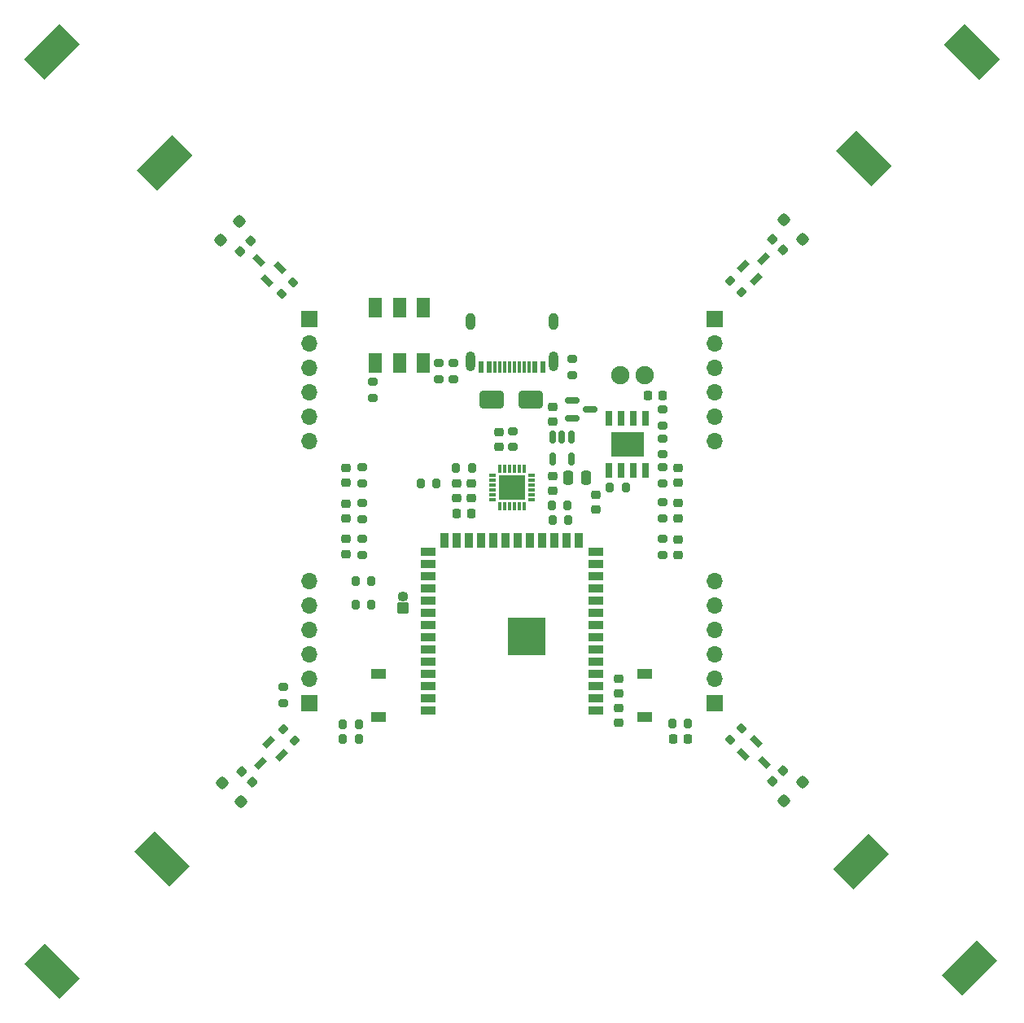
<source format=gbr>
%TF.GenerationSoftware,KiCad,Pcbnew,9.0.0*%
%TF.CreationDate,2025-11-21T14:04:07-05:00*%
%TF.ProjectId,LiteWingV2.5C,4c697465-5769-46e6-9756-322e35432e6b,rev?*%
%TF.SameCoordinates,Original*%
%TF.FileFunction,Soldermask,Top*%
%TF.FilePolarity,Negative*%
%FSLAX46Y46*%
G04 Gerber Fmt 4.6, Leading zero omitted, Abs format (unit mm)*
G04 Created by KiCad (PCBNEW 9.0.0) date 2025-11-21 14:04:07*
%MOMM*%
%LPD*%
G01*
G04 APERTURE LIST*
G04 Aperture macros list*
%AMRoundRect*
0 Rectangle with rounded corners*
0 $1 Rounding radius*
0 $2 $3 $4 $5 $6 $7 $8 $9 X,Y pos of 4 corners*
0 Add a 4 corners polygon primitive as box body*
4,1,4,$2,$3,$4,$5,$6,$7,$8,$9,$2,$3,0*
0 Add four circle primitives for the rounded corners*
1,1,$1+$1,$2,$3*
1,1,$1+$1,$4,$5*
1,1,$1+$1,$6,$7*
1,1,$1+$1,$8,$9*
0 Add four rect primitives between the rounded corners*
20,1,$1+$1,$2,$3,$4,$5,0*
20,1,$1+$1,$4,$5,$6,$7,0*
20,1,$1+$1,$6,$7,$8,$9,0*
20,1,$1+$1,$8,$9,$2,$3,0*%
%AMRotRect*
0 Rectangle, with rotation*
0 The origin of the aperture is its center*
0 $1 length*
0 $2 width*
0 $3 Rotation angle, in degrees counterclockwise*
0 Add horizontal line*
21,1,$1,$2,0,0,$3*%
G04 Aperture macros list end*
%ADD10C,0.000000*%
%ADD11RoundRect,0.050800X0.500000X-0.500000X0.500000X0.500000X-0.500000X0.500000X-0.500000X-0.500000X0*%
%ADD12O,1.101600X1.101600*%
%ADD13RoundRect,0.218750X0.256250X-0.218750X0.256250X0.218750X-0.256250X0.218750X-0.256250X-0.218750X0*%
%ADD14RoundRect,0.200000X-0.200000X-0.275000X0.200000X-0.275000X0.200000X0.275000X-0.200000X0.275000X0*%
%ADD15RoundRect,0.225000X0.225000X0.250000X-0.225000X0.250000X-0.225000X-0.250000X0.225000X-0.250000X0*%
%ADD16RoundRect,0.200000X-0.275000X0.200000X-0.275000X-0.200000X0.275000X-0.200000X0.275000X0.200000X0*%
%ADD17R,1.600000X1.050000*%
%ADD18RoundRect,0.200000X0.275000X-0.200000X0.275000X0.200000X-0.275000X0.200000X-0.275000X-0.200000X0*%
%ADD19RoundRect,0.225000X-0.250000X0.225000X-0.250000X-0.225000X0.250000X-0.225000X0.250000X0.225000X0*%
%ADD20RoundRect,0.200000X0.200000X0.275000X-0.200000X0.275000X-0.200000X-0.275000X0.200000X-0.275000X0*%
%ADD21RotRect,0.600000X1.300000X135.000000*%
%ADD22RoundRect,0.218750X-0.256250X0.218750X-0.256250X-0.218750X0.256250X-0.218750X0.256250X0.218750X0*%
%ADD23RoundRect,0.200000X-0.335876X-0.053033X-0.053033X-0.335876X0.335876X0.053033X0.053033X0.335876X0*%
%ADD24RotRect,0.600000X1.300000X225.000000*%
%ADD25R,1.700000X1.700000*%
%ADD26O,1.700000X1.700000*%
%ADD27RoundRect,0.250000X1.000000X0.650000X-1.000000X0.650000X-1.000000X-0.650000X1.000000X-0.650000X0*%
%ADD28RoundRect,0.200000X0.053033X-0.335876X0.335876X-0.053033X-0.053033X0.335876X-0.335876X0.053033X0*%
%ADD29RoundRect,0.250000X0.000000X0.424264X-0.424264X0.000000X0.000000X-0.424264X0.424264X0.000000X0*%
%ADD30RoundRect,0.250000X0.424264X0.000000X0.000000X0.424264X-0.424264X0.000000X0.000000X-0.424264X0*%
%ADD31RoundRect,0.250000X-0.250000X-0.475000X0.250000X-0.475000X0.250000X0.475000X-0.250000X0.475000X0*%
%ADD32RoundRect,0.050800X-0.599950X-1.000000X0.599950X-1.000000X0.599950X1.000000X-0.599950X1.000000X0*%
%ADD33RotRect,0.600000X1.300000X315.000000*%
%ADD34RotRect,0.600000X1.300000X45.000000*%
%ADD35RoundRect,0.225000X-0.225000X-0.250000X0.225000X-0.250000X0.225000X0.250000X-0.225000X0.250000X0*%
%ADD36R,0.600000X1.240000*%
%ADD37R,0.300000X1.240000*%
%ADD38O,1.000000X2.100000*%
%ADD39O,1.000000X1.800000*%
%ADD40O,1.901600X1.901600*%
%ADD41R,1.500000X0.900000*%
%ADD42R,0.900000X1.500000*%
%ADD43C,0.600000*%
%ADD44R,3.900000X3.900000*%
%ADD45RoundRect,0.250000X-0.424264X0.000000X0.000000X-0.424264X0.424264X0.000000X0.000000X0.424264X0*%
%ADD46RoundRect,0.225000X-0.017678X0.335876X-0.335876X0.017678X0.017678X-0.335876X0.335876X-0.017678X0*%
%ADD47RoundRect,0.225000X-0.335876X-0.017678X-0.017678X-0.335876X0.335876X0.017678X0.017678X0.335876X0*%
%ADD48RoundRect,0.225000X0.335876X0.017678X0.017678X0.335876X-0.335876X-0.017678X-0.017678X-0.335876X0*%
%ADD49RoundRect,0.200000X0.335876X0.053033X0.053033X0.335876X-0.335876X-0.053033X-0.053033X-0.335876X0*%
%ADD50RoundRect,0.150000X-0.150000X0.512500X-0.150000X-0.512500X0.150000X-0.512500X0.150000X0.512500X0*%
%ADD51R,0.700000X1.525000*%
%ADD52R,3.402000X2.513000*%
%ADD53RoundRect,0.225000X0.250000X-0.225000X0.250000X0.225000X-0.250000X0.225000X-0.250000X-0.225000X0*%
%ADD54RoundRect,0.225000X0.017678X-0.335876X0.335876X-0.017678X-0.017678X0.335876X-0.335876X0.017678X0*%
%ADD55RoundRect,0.250000X0.000000X-0.424264X0.424264X0.000000X0.000000X0.424264X-0.424264X0.000000X0*%
%ADD56RoundRect,0.150000X-0.587500X-0.150000X0.587500X-0.150000X0.587500X0.150000X-0.587500X0.150000X0*%
%ADD57R,0.800000X0.350000*%
%ADD58R,0.350000X0.850000*%
%ADD59R,2.700000X2.600000*%
%ADD60RoundRect,0.200000X-0.053033X0.335876X-0.335876X0.053033X0.053033X-0.335876X0.335876X-0.053033X0*%
G04 APERTURE END LIST*
D10*
G36*
X198092424Y-47126930D02*
G01*
X195975334Y-49252910D01*
X192311384Y-45587690D01*
X194433554Y-43465520D01*
X198092424Y-47126930D01*
G37*
G36*
X114150375Y-57159872D02*
G01*
X110485155Y-60823822D01*
X108362985Y-58701652D01*
X112024395Y-55042782D01*
X114150375Y-57159872D01*
G37*
G36*
X186559827Y-129818544D02*
G01*
X182898417Y-133477414D01*
X180772437Y-131360324D01*
X184437657Y-127696374D01*
X186559827Y-129818544D01*
G37*
G36*
X113883361Y-131085859D02*
G01*
X111761191Y-133208029D01*
X108102321Y-129546619D01*
X110219411Y-127420639D01*
X113883361Y-131085859D01*
G37*
G36*
X102460604Y-142740848D02*
G01*
X100338434Y-144863018D01*
X96679564Y-141201608D01*
X98796654Y-139075628D01*
X102460604Y-142740848D01*
G37*
G36*
X197881356Y-140898650D02*
G01*
X194219946Y-144557520D01*
X192093966Y-142440430D01*
X195759186Y-138776480D01*
X197881356Y-140898650D01*
G37*
G36*
X186826529Y-58208385D02*
G01*
X184709439Y-60334365D01*
X181045489Y-56669145D01*
X183167659Y-54546975D01*
X186826529Y-58208385D01*
G37*
G36*
X102446634Y-45580768D02*
G01*
X98781414Y-49244718D01*
X96659244Y-47122548D01*
X100320654Y-43463678D01*
X102446634Y-45580768D01*
G37*
D11*
%TO.C,J14*%
X136061500Y-104255050D03*
D12*
X136061500Y-103004850D03*
%TD*%
D13*
%TO.C,LED4*%
X130135500Y-91198500D03*
X130135500Y-89623500D03*
%TD*%
D14*
%TO.C,R30*%
X129778500Y-116308000D03*
X131428500Y-116308000D03*
%TD*%
D15*
%TO.C,C9*%
X143129500Y-94363000D03*
X141579500Y-94363000D03*
%TD*%
D16*
%TO.C,R13*%
X131764500Y-97046000D03*
X131764500Y-98696000D03*
%TD*%
D14*
%TO.C,R19*%
X137877000Y-91224500D03*
X139527000Y-91224500D03*
%TD*%
D17*
%TO.C,SW2*%
X133531500Y-115555000D03*
X133531500Y-111105000D03*
%TD*%
D18*
%TO.C,R28*%
X123552500Y-114092000D03*
X123552500Y-112442000D03*
%TD*%
D19*
%TO.C,C10*%
X143102500Y-91274000D03*
X143102500Y-92824000D03*
%TD*%
D18*
%TO.C,R6*%
X163001500Y-94903547D03*
X163001500Y-93253547D03*
%TD*%
D20*
%TO.C,R17*%
X143187500Y-89696000D03*
X141537500Y-89696000D03*
%TD*%
D13*
%TO.C,LED6*%
X130135500Y-98638500D03*
X130135500Y-97063500D03*
%TD*%
D19*
%TO.C,C12*%
X158454500Y-114638000D03*
X158454500Y-116188000D03*
%TD*%
D21*
%TO.C,T1*%
X171398379Y-68670618D03*
X172741882Y-70014121D03*
X173555055Y-67857445D03*
%TD*%
D22*
%TO.C,LED1*%
X164619500Y-97103500D03*
X164619500Y-98678500D03*
%TD*%
D23*
%TO.C,R24*%
X123584531Y-116875029D03*
X124751257Y-118041755D03*
%TD*%
D24*
%TO.C,T4*%
X121885211Y-70192214D03*
X123228714Y-68848711D03*
X121072038Y-68035538D03*
%TD*%
D18*
%TO.C,R2*%
X141257500Y-80400000D03*
X141257500Y-78750000D03*
%TD*%
D25*
%TO.C,J5*%
X126276500Y-114084000D03*
D26*
X126276500Y-111544000D03*
X126276500Y-109004000D03*
X126276500Y-106464000D03*
X126276500Y-103924000D03*
X126276500Y-101384000D03*
%TD*%
D13*
%TO.C,LED5*%
X130135500Y-94918500D03*
X130135500Y-93343500D03*
%TD*%
D20*
%TO.C,R5*%
X159225000Y-91700000D03*
X157575000Y-91700000D03*
%TD*%
D14*
%TO.C,R29*%
X129778500Y-117889000D03*
X131428500Y-117889000D03*
%TD*%
D25*
%TO.C,J3*%
X168477500Y-114084000D03*
D26*
X168477500Y-111544000D03*
X168477500Y-109004000D03*
X168477500Y-106464000D03*
X168477500Y-103924000D03*
X168477500Y-101384000D03*
%TD*%
D16*
%TO.C,R11*%
X131763500Y-89606000D03*
X131763500Y-91256000D03*
%TD*%
D27*
%TO.C,D1*%
X149293001Y-82576000D03*
X145292999Y-82576000D03*
%TD*%
D28*
%TO.C,R23*%
X170109228Y-117948454D03*
X171275954Y-116781728D03*
%TD*%
D29*
%TO.C,D3*%
X177619668Y-122344090D03*
X175639770Y-124323988D03*
%TD*%
D25*
%TO.C,J4*%
X168477500Y-74204000D03*
D26*
X168477500Y-76744000D03*
X168477500Y-79284000D03*
X168477500Y-81824000D03*
X168477500Y-84364000D03*
X168477500Y-86904000D03*
%TD*%
D25*
%TO.C,J6*%
X126276500Y-74204000D03*
D26*
X126276500Y-76744000D03*
X126276500Y-79284000D03*
X126276500Y-81824000D03*
X126276500Y-84364000D03*
X126276500Y-86904000D03*
%TD*%
D30*
%TO.C,D4*%
X119188895Y-124385469D03*
X117208997Y-122405571D03*
%TD*%
D31*
%TO.C,C3*%
X153194501Y-90686000D03*
X155094499Y-90686000D03*
%TD*%
D16*
%TO.C,R27*%
X163000500Y-86589000D03*
X163000500Y-88239000D03*
%TD*%
D19*
%TO.C,C1*%
X151600000Y-83280000D03*
X151600000Y-84830000D03*
%TD*%
D32*
%TO.C,SW1*%
X138178500Y-78704000D03*
X135678600Y-78704000D03*
X133178700Y-78704000D03*
X138178500Y-73004000D03*
X135678600Y-73004200D03*
X133178700Y-73004000D03*
%TD*%
D16*
%TO.C,R26*%
X163011500Y-83563000D03*
X163011500Y-85213000D03*
%TD*%
D13*
%TO.C,LED2*%
X164619500Y-94886048D03*
X164619500Y-93311046D03*
%TD*%
D33*
%TO.C,T3*%
X123409199Y-119560590D03*
X122065696Y-118217087D03*
X121252523Y-120373763D03*
%TD*%
D34*
%TO.C,T2*%
X172794789Y-118123786D03*
X171451286Y-119467289D03*
X173607962Y-120280462D03*
%TD*%
D35*
%TO.C,C5*%
X161498500Y-82107000D03*
X163048500Y-82107000D03*
%TD*%
D36*
%TO.C,J1*%
X150577500Y-79184000D03*
X149777500Y-79184000D03*
D37*
X148627500Y-79184000D03*
X147627500Y-79184000D03*
X147127500Y-79184000D03*
X146127500Y-79184000D03*
D36*
X144977500Y-79184000D03*
X144177500Y-79184000D03*
X144177500Y-79184000D03*
X144977500Y-79184000D03*
D37*
X145627500Y-79184000D03*
X146627500Y-79184000D03*
X148127500Y-79184000D03*
X149127500Y-79184000D03*
D36*
X149777500Y-79184000D03*
X150577500Y-79184000D03*
D38*
X151697500Y-78584000D03*
D39*
X151697500Y-74384000D03*
D38*
X143057500Y-78584000D03*
D39*
X143057500Y-74384000D03*
%TD*%
D15*
%TO.C,C14*%
X165653500Y-117863000D03*
X164103500Y-117863000D03*
%TD*%
D40*
%TO.C,J2*%
X161158501Y-80045600D03*
X158656499Y-80045600D03*
%TD*%
D41*
%TO.C,U8*%
X156127500Y-114914000D03*
X156127500Y-113644000D03*
X156127500Y-112374000D03*
X156127500Y-111104000D03*
X156127500Y-109834000D03*
X156127500Y-108564000D03*
X156127500Y-107294000D03*
X156127500Y-106024000D03*
X156127500Y-104754000D03*
X156127500Y-103484000D03*
X156127500Y-102214000D03*
X156127500Y-100944000D03*
X156127500Y-99674000D03*
X156127500Y-98404000D03*
D42*
X154362500Y-97154000D03*
X153092500Y-97154000D03*
X151822500Y-97154000D03*
X150552500Y-97154000D03*
X149282500Y-97154000D03*
X148012500Y-97154000D03*
X146742500Y-97154000D03*
X145472500Y-97154000D03*
X144202500Y-97154000D03*
X142932500Y-97154000D03*
X141662500Y-97154000D03*
X140392500Y-97154000D03*
D41*
X138627500Y-98404000D03*
X138627500Y-99674000D03*
X138627500Y-100944000D03*
X138627500Y-102214000D03*
X138627500Y-103484000D03*
X138627500Y-104754000D03*
X138627500Y-106024000D03*
X138627500Y-107294000D03*
X138627500Y-108564000D03*
X138627500Y-109834000D03*
X138627500Y-111104000D03*
X138627500Y-112374000D03*
X138627500Y-113644000D03*
X138627500Y-114914000D03*
D43*
X150277500Y-107894000D03*
X150277500Y-106494000D03*
X149577500Y-108594000D03*
X149577500Y-107194000D03*
X149577500Y-105794000D03*
X148877500Y-107894000D03*
D44*
X148877500Y-107194000D03*
D43*
X148877500Y-106494000D03*
X148177500Y-108594000D03*
X148177500Y-107194000D03*
X148177500Y-105794000D03*
X147477500Y-107894000D03*
X147477500Y-106494000D03*
%TD*%
D45*
%TO.C,D2*%
X175618683Y-63845739D03*
X177598581Y-65825637D03*
%TD*%
D18*
%TO.C,R4*%
X163001500Y-98696000D03*
X163001500Y-97046000D03*
%TD*%
%TO.C,R1*%
X139726500Y-80404000D03*
X139726500Y-78754000D03*
%TD*%
D46*
%TO.C,C16*%
X175586415Y-121162899D03*
X174490399Y-122258915D03*
%TD*%
D22*
%TO.C,LED3*%
X164619500Y-89623499D03*
X164619500Y-91198501D03*
%TD*%
D47*
%TO.C,C15*%
X174437492Y-65878992D03*
X175533508Y-66975008D03*
%TD*%
D18*
%TO.C,R7*%
X163001500Y-91256000D03*
X163001500Y-89606000D03*
%TD*%
D48*
%TO.C,C17*%
X120370086Y-122352216D03*
X119274070Y-121256200D03*
%TD*%
D18*
%TO.C,R3*%
X153624500Y-79987000D03*
X153624500Y-78337000D03*
%TD*%
D49*
%TO.C,R22*%
X171223047Y-71356179D03*
X170056321Y-70189453D03*
%TD*%
D50*
%TO.C,U2*%
X153522999Y-86450500D03*
X152573000Y-86450500D03*
X151623001Y-86450500D03*
X151623001Y-88725500D03*
X153522999Y-88725500D03*
%TD*%
D14*
%TO.C,R20*%
X131109500Y-101408000D03*
X132759500Y-101408000D03*
%TD*%
%TO.C,R16*%
X151600500Y-95101000D03*
X153250500Y-95101000D03*
%TD*%
D51*
%TO.C,IC1*%
X157464500Y-89899000D03*
X158734500Y-89899000D03*
X160004500Y-89899000D03*
X161274500Y-89899000D03*
X161274500Y-84475000D03*
X160004500Y-84475000D03*
X158734500Y-84475000D03*
X157464500Y-84475000D03*
D52*
X159369500Y-87187000D03*
%TD*%
D53*
%TO.C,C8*%
X146000000Y-87455000D03*
X146000000Y-85905000D03*
%TD*%
D54*
%TO.C,C18*%
X119093585Y-67153101D03*
X120189601Y-66057085D03*
%TD*%
D16*
%TO.C,R12*%
X131764500Y-93326000D03*
X131764500Y-94976000D03*
%TD*%
D55*
%TO.C,D5*%
X117060332Y-65971910D03*
X119040230Y-63992012D03*
%TD*%
D16*
%TO.C,R15*%
X147500000Y-85839000D03*
X147500000Y-87489000D03*
%TD*%
D14*
%TO.C,R14*%
X151524500Y-93535000D03*
X153174500Y-93535000D03*
%TD*%
D56*
%TO.C,U1*%
X153618499Y-82620000D03*
X153618499Y-84520000D03*
X155493500Y-83570000D03*
%TD*%
D19*
%TO.C,C11*%
X141579500Y-91274000D03*
X141579500Y-92824000D03*
%TD*%
D53*
%TO.C,C4*%
X156100000Y-93975000D03*
X156100000Y-92425000D03*
%TD*%
D18*
%TO.C,R8*%
X132901500Y-82344000D03*
X132901500Y-80694000D03*
%TD*%
D17*
%TO.C,SW3*%
X161171500Y-115555000D03*
X161171500Y-111105000D03*
%TD*%
D53*
%TO.C,C13*%
X158461500Y-113149000D03*
X158461500Y-111599000D03*
%TD*%
D19*
%TO.C,C2*%
X151599500Y-90461000D03*
X151599500Y-92011000D03*
%TD*%
D57*
%TO.C,U7*%
X149377500Y-92924000D03*
X149377500Y-92424000D03*
X149377500Y-91924000D03*
X149377500Y-91424000D03*
X149377500Y-90924000D03*
X149377500Y-90424000D03*
D58*
X148627500Y-89699000D03*
X148127500Y-89699000D03*
X147627500Y-89699000D03*
X147127500Y-89699000D03*
X146627500Y-89699000D03*
X146127500Y-89699000D03*
D57*
X145377500Y-90424000D03*
X145377500Y-90924000D03*
X145377500Y-91424000D03*
X145377500Y-91924000D03*
X145377500Y-92424000D03*
X145377500Y-92924000D03*
D58*
X146127500Y-93649000D03*
X146627500Y-93649000D03*
X147127500Y-93649000D03*
X147627500Y-93649000D03*
X148127500Y-93649000D03*
X148627500Y-93649000D03*
D59*
X147377500Y-91674000D03*
%TD*%
D60*
%TO.C,R25*%
X124570772Y-70367546D03*
X123404046Y-71534272D03*
%TD*%
D20*
%TO.C,R18*%
X165703500Y-116273000D03*
X164053500Y-116273000D03*
%TD*%
D14*
%TO.C,R21*%
X131109500Y-103918000D03*
X132759500Y-103918000D03*
%TD*%
M02*

</source>
